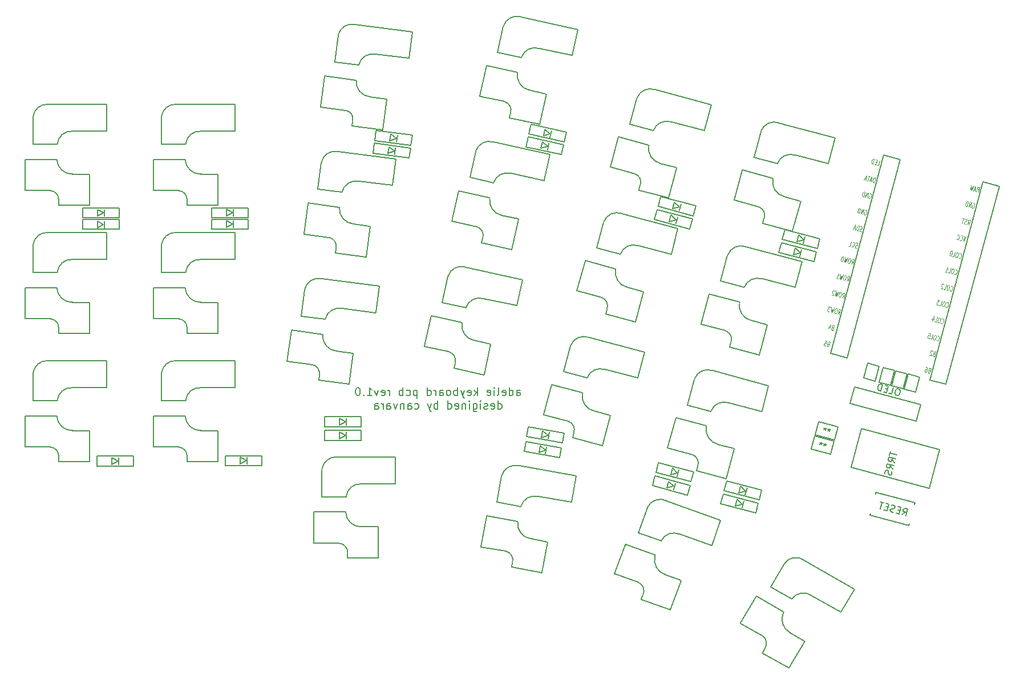
<source format=gbo>
G04 #@! TF.GenerationSoftware,KiCad,Pcbnew,(5.1.2)-1*
G04 #@! TF.CreationDate,2019-05-17T22:53:05+09:00*
G04 #@! TF.ProjectId,adelie,6164656c-6965-42e6-9b69-6361645f7063,rev?*
G04 #@! TF.SameCoordinates,Original*
G04 #@! TF.FileFunction,Legend,Bot*
G04 #@! TF.FilePolarity,Positive*
%FSLAX46Y46*%
G04 Gerber Fmt 4.6, Leading zero omitted, Abs format (unit mm)*
G04 Created by KiCad (PCBNEW (5.1.2)-1) date 2019-05-17 22:53:05*
%MOMM*%
%LPD*%
G04 APERTURE LIST*
%ADD10C,0.200000*%
%ADD11C,0.150000*%
%ADD12C,0.125000*%
G04 APERTURE END LIST*
D10*
X160703022Y-112543117D02*
X160703022Y-111914545D01*
X160760165Y-111800260D01*
X160874451Y-111743117D01*
X161103022Y-111743117D01*
X161217308Y-111800260D01*
X160703022Y-112485974D02*
X160817308Y-112543117D01*
X161103022Y-112543117D01*
X161217308Y-112485974D01*
X161274451Y-112371688D01*
X161274451Y-112257402D01*
X161217308Y-112143117D01*
X161103022Y-112085974D01*
X160817308Y-112085974D01*
X160703022Y-112028831D01*
X159617308Y-112543117D02*
X159617308Y-111343117D01*
X159617308Y-112485974D02*
X159731594Y-112543117D01*
X159960165Y-112543117D01*
X160074451Y-112485974D01*
X160131594Y-112428831D01*
X160188737Y-112314545D01*
X160188737Y-111971688D01*
X160131594Y-111857402D01*
X160074451Y-111800260D01*
X159960165Y-111743117D01*
X159731594Y-111743117D01*
X159617308Y-111800260D01*
X158588737Y-112485974D02*
X158703022Y-112543117D01*
X158931594Y-112543117D01*
X159045880Y-112485974D01*
X159103022Y-112371688D01*
X159103022Y-111914545D01*
X159045880Y-111800260D01*
X158931594Y-111743117D01*
X158703022Y-111743117D01*
X158588737Y-111800260D01*
X158531594Y-111914545D01*
X158531594Y-112028831D01*
X159103022Y-112143117D01*
X157845880Y-112543117D02*
X157960165Y-112485974D01*
X158017308Y-112371688D01*
X158017308Y-111343117D01*
X157388737Y-112543117D02*
X157388737Y-111743117D01*
X157388737Y-111343117D02*
X157445880Y-111400260D01*
X157388737Y-111457402D01*
X157331594Y-111400260D01*
X157388737Y-111343117D01*
X157388737Y-111457402D01*
X156360165Y-112485974D02*
X156474451Y-112543117D01*
X156703022Y-112543117D01*
X156817308Y-112485974D01*
X156874451Y-112371688D01*
X156874451Y-111914545D01*
X156817308Y-111800260D01*
X156703022Y-111743117D01*
X156474451Y-111743117D01*
X156360165Y-111800260D01*
X156303022Y-111914545D01*
X156303022Y-112028831D01*
X156874451Y-112143117D01*
X154874451Y-112543117D02*
X154874451Y-111343117D01*
X154760165Y-112085974D02*
X154417308Y-112543117D01*
X154417308Y-111743117D02*
X154874451Y-112200260D01*
X153445880Y-112485974D02*
X153560165Y-112543117D01*
X153788737Y-112543117D01*
X153903022Y-112485974D01*
X153960165Y-112371688D01*
X153960165Y-111914545D01*
X153903022Y-111800260D01*
X153788737Y-111743117D01*
X153560165Y-111743117D01*
X153445880Y-111800260D01*
X153388737Y-111914545D01*
X153388737Y-112028831D01*
X153960165Y-112143117D01*
X152988737Y-111743117D02*
X152703022Y-112543117D01*
X152417308Y-111743117D02*
X152703022Y-112543117D01*
X152817308Y-112828831D01*
X152874451Y-112885974D01*
X152988737Y-112943117D01*
X151960165Y-112543117D02*
X151960165Y-111343117D01*
X151960165Y-111800260D02*
X151845880Y-111743117D01*
X151617308Y-111743117D01*
X151503022Y-111800260D01*
X151445880Y-111857402D01*
X151388737Y-111971688D01*
X151388737Y-112314545D01*
X151445880Y-112428831D01*
X151503022Y-112485974D01*
X151617308Y-112543117D01*
X151845880Y-112543117D01*
X151960165Y-112485974D01*
X150703022Y-112543117D02*
X150817308Y-112485974D01*
X150874451Y-112428831D01*
X150931594Y-112314545D01*
X150931594Y-111971688D01*
X150874451Y-111857402D01*
X150817308Y-111800260D01*
X150703022Y-111743117D01*
X150531594Y-111743117D01*
X150417308Y-111800260D01*
X150360165Y-111857402D01*
X150303022Y-111971688D01*
X150303022Y-112314545D01*
X150360165Y-112428831D01*
X150417308Y-112485974D01*
X150531594Y-112543117D01*
X150703022Y-112543117D01*
X149274451Y-112543117D02*
X149274451Y-111914545D01*
X149331594Y-111800260D01*
X149445880Y-111743117D01*
X149674451Y-111743117D01*
X149788737Y-111800260D01*
X149274451Y-112485974D02*
X149388737Y-112543117D01*
X149674451Y-112543117D01*
X149788737Y-112485974D01*
X149845880Y-112371688D01*
X149845880Y-112257402D01*
X149788737Y-112143117D01*
X149674451Y-112085974D01*
X149388737Y-112085974D01*
X149274451Y-112028831D01*
X148703022Y-112543117D02*
X148703022Y-111743117D01*
X148703022Y-111971688D02*
X148645880Y-111857402D01*
X148588737Y-111800260D01*
X148474451Y-111743117D01*
X148360165Y-111743117D01*
X147445880Y-112543117D02*
X147445880Y-111343117D01*
X147445880Y-112485974D02*
X147560165Y-112543117D01*
X147788737Y-112543117D01*
X147903022Y-112485974D01*
X147960165Y-112428831D01*
X148017308Y-112314545D01*
X148017308Y-111971688D01*
X147960165Y-111857402D01*
X147903022Y-111800260D01*
X147788737Y-111743117D01*
X147560165Y-111743117D01*
X147445880Y-111800260D01*
X145960165Y-111743117D02*
X145960165Y-112943117D01*
X145960165Y-111800260D02*
X145845880Y-111743117D01*
X145617308Y-111743117D01*
X145503022Y-111800260D01*
X145445880Y-111857402D01*
X145388737Y-111971688D01*
X145388737Y-112314545D01*
X145445880Y-112428831D01*
X145503022Y-112485974D01*
X145617308Y-112543117D01*
X145845880Y-112543117D01*
X145960165Y-112485974D01*
X144360165Y-112485974D02*
X144474451Y-112543117D01*
X144703022Y-112543117D01*
X144817308Y-112485974D01*
X144874451Y-112428831D01*
X144931594Y-112314545D01*
X144931594Y-111971688D01*
X144874451Y-111857402D01*
X144817308Y-111800260D01*
X144703022Y-111743117D01*
X144474451Y-111743117D01*
X144360165Y-111800260D01*
X143845880Y-112543117D02*
X143845880Y-111343117D01*
X143845880Y-111800260D02*
X143731594Y-111743117D01*
X143503022Y-111743117D01*
X143388737Y-111800260D01*
X143331594Y-111857402D01*
X143274451Y-111971688D01*
X143274451Y-112314545D01*
X143331594Y-112428831D01*
X143388737Y-112485974D01*
X143503022Y-112543117D01*
X143731594Y-112543117D01*
X143845880Y-112485974D01*
X141845880Y-112543117D02*
X141845880Y-111743117D01*
X141845880Y-111971688D02*
X141788737Y-111857402D01*
X141731594Y-111800260D01*
X141617308Y-111743117D01*
X141503022Y-111743117D01*
X140645880Y-112485974D02*
X140760165Y-112543117D01*
X140988737Y-112543117D01*
X141103022Y-112485974D01*
X141160165Y-112371688D01*
X141160165Y-111914545D01*
X141103022Y-111800260D01*
X140988737Y-111743117D01*
X140760165Y-111743117D01*
X140645880Y-111800260D01*
X140588737Y-111914545D01*
X140588737Y-112028831D01*
X141160165Y-112143117D01*
X140188737Y-111743117D02*
X139903022Y-112543117D01*
X139617308Y-111743117D01*
X138531594Y-112543117D02*
X139217308Y-112543117D01*
X138874451Y-112543117D02*
X138874451Y-111343117D01*
X138988737Y-111514545D01*
X139103022Y-111628831D01*
X139217308Y-111685974D01*
X138017308Y-112428831D02*
X137960165Y-112485974D01*
X138017308Y-112543117D01*
X138074451Y-112485974D01*
X138017308Y-112428831D01*
X138017308Y-112543117D01*
X137217308Y-111343117D02*
X137103022Y-111343117D01*
X136988737Y-111400260D01*
X136931594Y-111457402D01*
X136874451Y-111571688D01*
X136817308Y-111800260D01*
X136817308Y-112085974D01*
X136874451Y-112314545D01*
X136931594Y-112428831D01*
X136988737Y-112485974D01*
X137103022Y-112543117D01*
X137217308Y-112543117D01*
X137331594Y-112485974D01*
X137388737Y-112428831D01*
X137445880Y-112314545D01*
X137503022Y-112085974D01*
X137503022Y-111800260D01*
X137445880Y-111571688D01*
X137388737Y-111457402D01*
X137331594Y-111400260D01*
X137217308Y-111343117D01*
X157931594Y-114543117D02*
X157931594Y-113343117D01*
X157931594Y-114485974D02*
X158045880Y-114543117D01*
X158274451Y-114543117D01*
X158388737Y-114485974D01*
X158445880Y-114428831D01*
X158503022Y-114314545D01*
X158503022Y-113971688D01*
X158445880Y-113857402D01*
X158388737Y-113800260D01*
X158274451Y-113743117D01*
X158045880Y-113743117D01*
X157931594Y-113800260D01*
X156903022Y-114485974D02*
X157017308Y-114543117D01*
X157245880Y-114543117D01*
X157360165Y-114485974D01*
X157417308Y-114371688D01*
X157417308Y-113914545D01*
X157360165Y-113800260D01*
X157245880Y-113743117D01*
X157017308Y-113743117D01*
X156903022Y-113800260D01*
X156845880Y-113914545D01*
X156845880Y-114028831D01*
X157417308Y-114143117D01*
X156388737Y-114485974D02*
X156274451Y-114543117D01*
X156045880Y-114543117D01*
X155931594Y-114485974D01*
X155874451Y-114371688D01*
X155874451Y-114314545D01*
X155931594Y-114200260D01*
X156045880Y-114143117D01*
X156217308Y-114143117D01*
X156331594Y-114085974D01*
X156388737Y-113971688D01*
X156388737Y-113914545D01*
X156331594Y-113800260D01*
X156217308Y-113743117D01*
X156045880Y-113743117D01*
X155931594Y-113800260D01*
X155360165Y-114543117D02*
X155360165Y-113743117D01*
X155360165Y-113343117D02*
X155417308Y-113400260D01*
X155360165Y-113457402D01*
X155303022Y-113400260D01*
X155360165Y-113343117D01*
X155360165Y-113457402D01*
X154274451Y-113743117D02*
X154274451Y-114714545D01*
X154331594Y-114828831D01*
X154388737Y-114885974D01*
X154503022Y-114943117D01*
X154674451Y-114943117D01*
X154788737Y-114885974D01*
X154274451Y-114485974D02*
X154388737Y-114543117D01*
X154617308Y-114543117D01*
X154731594Y-114485974D01*
X154788737Y-114428831D01*
X154845880Y-114314545D01*
X154845880Y-113971688D01*
X154788737Y-113857402D01*
X154731594Y-113800260D01*
X154617308Y-113743117D01*
X154388737Y-113743117D01*
X154274451Y-113800260D01*
X153703022Y-114543117D02*
X153703022Y-113743117D01*
X153703022Y-113343117D02*
X153760165Y-113400260D01*
X153703022Y-113457402D01*
X153645880Y-113400260D01*
X153703022Y-113343117D01*
X153703022Y-113457402D01*
X153131594Y-113743117D02*
X153131594Y-114543117D01*
X153131594Y-113857402D02*
X153074451Y-113800260D01*
X152960165Y-113743117D01*
X152788737Y-113743117D01*
X152674451Y-113800260D01*
X152617308Y-113914545D01*
X152617308Y-114543117D01*
X151588737Y-114485974D02*
X151703022Y-114543117D01*
X151931594Y-114543117D01*
X152045880Y-114485974D01*
X152103022Y-114371688D01*
X152103022Y-113914545D01*
X152045880Y-113800260D01*
X151931594Y-113743117D01*
X151703022Y-113743117D01*
X151588737Y-113800260D01*
X151531594Y-113914545D01*
X151531594Y-114028831D01*
X152103022Y-114143117D01*
X150503022Y-114543117D02*
X150503022Y-113343117D01*
X150503022Y-114485974D02*
X150617308Y-114543117D01*
X150845880Y-114543117D01*
X150960165Y-114485974D01*
X151017308Y-114428831D01*
X151074451Y-114314545D01*
X151074451Y-113971688D01*
X151017308Y-113857402D01*
X150960165Y-113800260D01*
X150845880Y-113743117D01*
X150617308Y-113743117D01*
X150503022Y-113800260D01*
X149017308Y-114543117D02*
X149017308Y-113343117D01*
X149017308Y-113800260D02*
X148903022Y-113743117D01*
X148674451Y-113743117D01*
X148560165Y-113800260D01*
X148503022Y-113857402D01*
X148445880Y-113971688D01*
X148445880Y-114314545D01*
X148503022Y-114428831D01*
X148560165Y-114485974D01*
X148674451Y-114543117D01*
X148903022Y-114543117D01*
X149017308Y-114485974D01*
X148045880Y-113743117D02*
X147760165Y-114543117D01*
X147474451Y-113743117D02*
X147760165Y-114543117D01*
X147874451Y-114828831D01*
X147931594Y-114885974D01*
X148045880Y-114943117D01*
X145588737Y-114485974D02*
X145703022Y-114543117D01*
X145931594Y-114543117D01*
X146045880Y-114485974D01*
X146103022Y-114428831D01*
X146160165Y-114314545D01*
X146160165Y-113971688D01*
X146103022Y-113857402D01*
X146045880Y-113800260D01*
X145931594Y-113743117D01*
X145703022Y-113743117D01*
X145588737Y-113800260D01*
X144560165Y-114543117D02*
X144560165Y-113914545D01*
X144617308Y-113800260D01*
X144731594Y-113743117D01*
X144960165Y-113743117D01*
X145074451Y-113800260D01*
X144560165Y-114485974D02*
X144674451Y-114543117D01*
X144960165Y-114543117D01*
X145074451Y-114485974D01*
X145131594Y-114371688D01*
X145131594Y-114257402D01*
X145074451Y-114143117D01*
X144960165Y-114085974D01*
X144674451Y-114085974D01*
X144560165Y-114028831D01*
X143988737Y-113743117D02*
X143988737Y-114543117D01*
X143988737Y-113857402D02*
X143931594Y-113800260D01*
X143817308Y-113743117D01*
X143645880Y-113743117D01*
X143531594Y-113800260D01*
X143474451Y-113914545D01*
X143474451Y-114543117D01*
X143017308Y-113743117D02*
X142731594Y-114543117D01*
X142445880Y-113743117D01*
X141474451Y-114543117D02*
X141474451Y-113914545D01*
X141531594Y-113800260D01*
X141645880Y-113743117D01*
X141874451Y-113743117D01*
X141988737Y-113800260D01*
X141474451Y-114485974D02*
X141588737Y-114543117D01*
X141874451Y-114543117D01*
X141988737Y-114485974D01*
X142045880Y-114371688D01*
X142045880Y-114257402D01*
X141988737Y-114143117D01*
X141874451Y-114085974D01*
X141588737Y-114085974D01*
X141474451Y-114028831D01*
X140903022Y-114543117D02*
X140903022Y-113743117D01*
X140903022Y-113971688D02*
X140845880Y-113857402D01*
X140788737Y-113800260D01*
X140674451Y-113743117D01*
X140560165Y-113743117D01*
X139645880Y-114543117D02*
X139645880Y-113914545D01*
X139703022Y-113800260D01*
X139817308Y-113743117D01*
X140045880Y-113743117D01*
X140160165Y-113800260D01*
X139645880Y-114485974D02*
X139760165Y-114543117D01*
X140045880Y-114543117D01*
X140160165Y-114485974D01*
X140217308Y-114371688D01*
X140217308Y-114257402D01*
X140160165Y-114143117D01*
X140045880Y-114085974D01*
X139760165Y-114085974D01*
X139645880Y-114028831D01*
D11*
X178745970Y-132935574D02*
X182138260Y-134170266D01*
X180098318Y-129220029D02*
X178749048Y-132927116D01*
X191009275Y-131111889D02*
X182904426Y-128161965D01*
X189672660Y-134784208D02*
X191009275Y-131111889D01*
X189656927Y-134827434D02*
X184895746Y-133143458D01*
X180132595Y-129158012D02*
G75*
G02X182904426Y-128161965I1883939J-887892D01*
G01*
X182151167Y-134149423D02*
G75*
G02X184917871Y-133155767I1880180J-886524D01*
G01*
X183496330Y-144370929D02*
X179220729Y-142814737D01*
X185086724Y-140001358D02*
X182690508Y-139129207D01*
X181281659Y-136275236D02*
X176865103Y-134667742D01*
X178822049Y-140328439D02*
X175274710Y-139037312D01*
X185101666Y-140033401D02*
X183528373Y-144355987D01*
X176856553Y-134691234D02*
X175259768Y-139005270D01*
X181277806Y-136300439D02*
G75*
G03X182762695Y-139150160I2167305J-682416D01*
G01*
X179481096Y-142084764D02*
G75*
G03X178820339Y-140333137I-1206192J545435D01*
G01*
X179463995Y-142131750D02*
X179224581Y-142789535D01*
X192511712Y-104647171D02*
X192330539Y-105323319D01*
X192524653Y-104598875D02*
G75*
G03X191713747Y-102911501I-1249140J438234D01*
G01*
X193810390Y-98679967D02*
G75*
G03X195537997Y-101389426I2218533J-490926D01*
G01*
X189265709Y-97462223D02*
X188050993Y-101899011D01*
X197945047Y-102065452D02*
X196754479Y-106508711D01*
X191715041Y-102906671D02*
X188068671Y-101929630D01*
X193812031Y-98654524D02*
X189272179Y-97438074D01*
X197927369Y-102034833D02*
X195464258Y-101374845D01*
X196723861Y-106526388D02*
X192328898Y-105348762D01*
X194492954Y-96461018D02*
G75*
G02X197162526Y-95230008I1950291J-719281D01*
G01*
X192047034Y-91664531D02*
G75*
G02X194721504Y-90430693I1954154J-720316D01*
G01*
X202029244Y-96482278D02*
X197139413Y-95219674D01*
X202041150Y-96437845D02*
X203052615Y-92663007D01*
X203052615Y-92663007D02*
X194721504Y-90430693D01*
X192018291Y-91729299D02*
X190997250Y-95539876D01*
X190994920Y-95548569D02*
X194481913Y-96482906D01*
X169191490Y-118109225D02*
X169010317Y-118785373D01*
X169204431Y-118060929D02*
G75*
G03X168393525Y-116373555I-1249140J438234D01*
G01*
X170490168Y-112142021D02*
G75*
G03X172217775Y-114851480I2218533J-490926D01*
G01*
X165945487Y-110924277D02*
X164730771Y-115361065D01*
X174624825Y-115527506D02*
X173434257Y-119970765D01*
X168394819Y-116368725D02*
X164748449Y-115391684D01*
X170491809Y-112116578D02*
X165951957Y-110900128D01*
X174607147Y-115496887D02*
X172144036Y-114836899D01*
X173403639Y-119988442D02*
X169008676Y-118810816D01*
X171172732Y-109923072D02*
G75*
G02X173842304Y-108692062I1950291J-719281D01*
G01*
X168726812Y-105126585D02*
G75*
G02X171401282Y-103892747I1954154J-720316D01*
G01*
X178709022Y-109944332D02*
X173819191Y-108681728D01*
X178720928Y-109899899D02*
X179732393Y-106125061D01*
X179732393Y-106125061D02*
X171401282Y-103892747D01*
X168698069Y-105191353D02*
X167677028Y-109001930D01*
X167674698Y-109010623D02*
X171161691Y-109944960D01*
X149653000Y-98733578D02*
X153177429Y-99514925D01*
X150508802Y-94873304D02*
X149654948Y-98724791D01*
X161573352Y-95324813D02*
X153152799Y-93458021D01*
X160727506Y-99140178D02*
X161573352Y-95324813D01*
X160717550Y-99185088D02*
X155777299Y-98136977D01*
X150534692Y-94807344D02*
G75*
G02X153152799Y-93458021I1983715J-634392D01*
G01*
X153187505Y-99492576D02*
G75*
G02X155800840Y-98146293I1979809J-633526D01*
G01*
X155855334Y-109451056D02*
X151413187Y-108466256D01*
X156861778Y-104911279D02*
X154372223Y-104359358D01*
X152602909Y-101713696D02*
X148014318Y-100696430D01*
X150693391Y-106053266D02*
X147007874Y-105236206D01*
X156880774Y-104941098D02*
X155885152Y-109432059D01*
X148008907Y-100720837D02*
X146988877Y-105206388D01*
X152602380Y-101739185D02*
G75*
G03X154446527Y-104370710I2237836J-393689D01*
G01*
X151576046Y-107708544D02*
G75*
G03X150692309Y-106058147I-1267067J383330D01*
G01*
X151565224Y-107757359D02*
X151413716Y-108440766D01*
X135420480Y-118991740D02*
X135420480Y-117991740D01*
X135320480Y-118491740D02*
X134420480Y-118991740D01*
X134420480Y-118991740D02*
X134420480Y-117991740D01*
X134420480Y-117991740D02*
X135320480Y-118491740D01*
X132220480Y-119241740D02*
X137620480Y-119241740D01*
X137620480Y-119241740D02*
X137620480Y-117741740D01*
X137620480Y-117741740D02*
X132220480Y-117741740D01*
X132220480Y-117741740D02*
X132220480Y-119241740D01*
X99504880Y-85903160D02*
X99504880Y-84903160D01*
X99404880Y-85403160D02*
X98504880Y-85903160D01*
X98504880Y-85903160D02*
X98504880Y-84903160D01*
X98504880Y-84903160D02*
X99404880Y-85403160D01*
X96304880Y-86153160D02*
X101704880Y-86153160D01*
X101704880Y-86153160D02*
X101704880Y-84653160D01*
X101704880Y-84653160D02*
X96304880Y-84653160D01*
X96304880Y-84653160D02*
X96304880Y-86153160D01*
X115446320Y-84643000D02*
X115446320Y-86143000D01*
X120846320Y-84643000D02*
X115446320Y-84643000D01*
X120846320Y-86143000D02*
X120846320Y-84643000D01*
X115446320Y-86143000D02*
X120846320Y-86143000D01*
X117646320Y-84893000D02*
X118546320Y-85393000D01*
X117646320Y-85893000D02*
X117646320Y-84893000D01*
X118546320Y-85393000D02*
X117646320Y-85893000D01*
X118646320Y-85893000D02*
X118646320Y-84893000D01*
X139867954Y-73171796D02*
X139672164Y-74658963D01*
X145221756Y-73876637D02*
X139867954Y-73171796D01*
X145025966Y-75363804D02*
X145221756Y-73876637D01*
X139672164Y-74658963D02*
X145025966Y-75363804D01*
X142016501Y-73706814D02*
X142843538Y-74320010D01*
X141885974Y-74698259D02*
X142016501Y-73706814D01*
X142843538Y-74320010D02*
X141885974Y-74698259D01*
X142877419Y-74828786D02*
X143007946Y-73837341D01*
X165684993Y-74163768D02*
X165901433Y-73187472D01*
X165695583Y-73653976D02*
X164708697Y-73947328D01*
X164708697Y-73947328D02*
X164925137Y-72971032D01*
X164925137Y-72971032D02*
X165695583Y-73653976D01*
X162506736Y-73715235D02*
X167778735Y-74884009D01*
X167778735Y-74884009D02*
X168103394Y-73419565D01*
X168103394Y-73419565D02*
X162831395Y-72250791D01*
X162831395Y-72250791D02*
X162506736Y-73715235D01*
X182092935Y-82989304D02*
X181704706Y-84438193D01*
X187308934Y-84386927D02*
X182092935Y-82989304D01*
X186920705Y-85835816D02*
X187308934Y-84386927D01*
X181704706Y-84438193D02*
X186920705Y-85835816D01*
X184153267Y-83800188D02*
X184893190Y-84516088D01*
X183894448Y-84766113D02*
X184153267Y-83800188D01*
X184893190Y-84516088D02*
X183894448Y-84766113D01*
X184860373Y-85024932D02*
X185119192Y-84059007D01*
X203275373Y-89924592D02*
X203534192Y-88958667D01*
X203308190Y-89415748D02*
X202309448Y-89665773D01*
X202309448Y-89665773D02*
X202568267Y-88699848D01*
X202568267Y-88699848D02*
X203308190Y-89415748D01*
X200119706Y-89337853D02*
X205335705Y-90735476D01*
X205335705Y-90735476D02*
X205723934Y-89286587D01*
X205723934Y-89286587D02*
X200507935Y-87888964D01*
X200507935Y-87888964D02*
X200119706Y-89337853D01*
X99503260Y-87610040D02*
X99503260Y-86610040D01*
X99403260Y-87110040D02*
X98503260Y-87610040D01*
X98503260Y-87610040D02*
X98503260Y-86610040D01*
X98503260Y-86610040D02*
X99403260Y-87110040D01*
X96303260Y-87860040D02*
X101703260Y-87860040D01*
X101703260Y-87860040D02*
X101703260Y-86360040D01*
X101703260Y-86360040D02*
X96303260Y-86360040D01*
X96303260Y-86360040D02*
X96303260Y-87860040D01*
X118639620Y-87589720D02*
X118639620Y-86589720D01*
X118539620Y-87089720D02*
X117639620Y-87589720D01*
X117639620Y-87589720D02*
X117639620Y-86589720D01*
X117639620Y-86589720D02*
X118539620Y-87089720D01*
X115439620Y-87839720D02*
X120839620Y-87839720D01*
X120839620Y-87839720D02*
X120839620Y-86339720D01*
X120839620Y-86339720D02*
X115439620Y-86339720D01*
X115439620Y-86339720D02*
X115439620Y-87839720D01*
X142618339Y-76721086D02*
X142748866Y-75729641D01*
X142584458Y-76212310D02*
X141626894Y-76590559D01*
X141626894Y-76590559D02*
X141757421Y-75599114D01*
X141757421Y-75599114D02*
X142584458Y-76212310D01*
X139413084Y-76551263D02*
X144766886Y-77256104D01*
X144766886Y-77256104D02*
X144962676Y-75768937D01*
X144962676Y-75768937D02*
X139608874Y-75064096D01*
X139608874Y-75064096D02*
X139413084Y-76551263D01*
X162421810Y-74119591D02*
X162097151Y-75584035D01*
X167693809Y-75288365D02*
X162421810Y-74119591D01*
X167369150Y-76752809D02*
X167693809Y-75288365D01*
X162097151Y-75584035D02*
X167369150Y-76752809D01*
X164515552Y-74839832D02*
X165285998Y-75522776D01*
X164299112Y-75816128D02*
X164515552Y-74839832D01*
X165285998Y-75522776D02*
X164299112Y-75816128D01*
X165275408Y-76032568D02*
X165491848Y-75056272D01*
X184332053Y-86968032D02*
X184590872Y-86002107D01*
X184364870Y-86459188D02*
X183366128Y-86709213D01*
X183366128Y-86709213D02*
X183624947Y-85743288D01*
X183624947Y-85743288D02*
X184364870Y-86459188D01*
X181176386Y-86381293D02*
X186392385Y-87778916D01*
X186392385Y-87778916D02*
X186780614Y-86330027D01*
X186780614Y-86330027D02*
X181564615Y-84932404D01*
X181564615Y-84932404D02*
X181176386Y-86381293D01*
X200006815Y-89818624D02*
X199618586Y-91267513D01*
X205222814Y-91216247D02*
X200006815Y-89818624D01*
X204834585Y-92665136D02*
X205222814Y-91216247D01*
X199618586Y-91267513D02*
X204834585Y-92665136D01*
X202067147Y-90629508D02*
X202807070Y-91345408D01*
X201808328Y-91595433D02*
X202067147Y-90629508D01*
X202807070Y-91345408D02*
X201808328Y-91595433D01*
X202774253Y-91854252D02*
X203033072Y-90888327D01*
X98454180Y-121508560D02*
X98454180Y-123008560D01*
X103854180Y-121508560D02*
X98454180Y-121508560D01*
X103854180Y-123008560D02*
X103854180Y-121508560D01*
X98454180Y-123008560D02*
X103854180Y-123008560D01*
X100654180Y-121758560D02*
X101554180Y-122258560D01*
X100654180Y-122758560D02*
X100654180Y-121758560D01*
X101554180Y-122258560D02*
X100654180Y-122758560D01*
X101654180Y-122758560D02*
X101654180Y-121758560D01*
X120688940Y-122725540D02*
X120688940Y-121725540D01*
X120588940Y-122225540D02*
X119688940Y-122725540D01*
X119688940Y-122725540D02*
X119688940Y-121725540D01*
X119688940Y-121725540D02*
X120588940Y-122225540D01*
X117488940Y-122975540D02*
X122888940Y-122975540D01*
X122888940Y-122975540D02*
X122888940Y-121475540D01*
X122888940Y-121475540D02*
X117488940Y-121475540D01*
X117488940Y-121475540D02*
X117488940Y-122975540D01*
X132220480Y-115689420D02*
X132220480Y-117189420D01*
X137620480Y-115689420D02*
X132220480Y-115689420D01*
X137620480Y-117189420D02*
X137620480Y-115689420D01*
X132220480Y-117189420D02*
X137620480Y-117189420D01*
X134420480Y-115939420D02*
X135320480Y-116439420D01*
X134420480Y-116939420D02*
X134420480Y-115939420D01*
X135320480Y-116439420D02*
X134420480Y-116939420D01*
X135420480Y-116939420D02*
X135420480Y-115939420D01*
X165391986Y-118958322D02*
X165565634Y-117973514D01*
X165380329Y-118448553D02*
X164407178Y-118784674D01*
X164407178Y-118784674D02*
X164580826Y-117799866D01*
X164580826Y-117799866D02*
X165380329Y-118448553D01*
X162197189Y-118648850D02*
X167515151Y-119586550D01*
X167515151Y-119586550D02*
X167775623Y-118109338D01*
X167775623Y-118109338D02*
X162457661Y-117171638D01*
X162457661Y-117171638D02*
X162197189Y-118648850D01*
X184535253Y-124552412D02*
X184794072Y-123586487D01*
X184568070Y-124043568D02*
X183569328Y-124293593D01*
X183569328Y-124293593D02*
X183828147Y-123327668D01*
X183828147Y-123327668D02*
X184568070Y-124043568D01*
X181379586Y-123965673D02*
X186595585Y-125363296D01*
X186595585Y-125363296D02*
X186983814Y-123914407D01*
X186983814Y-123914407D02*
X181767815Y-122516784D01*
X181767815Y-122516784D02*
X181379586Y-123965673D01*
X191884617Y-125227300D02*
X191496388Y-126676189D01*
X197100616Y-126624923D02*
X191884617Y-125227300D01*
X196712387Y-128073812D02*
X197100616Y-126624923D01*
X191496388Y-126676189D02*
X196712387Y-128073812D01*
X193944949Y-126038184D02*
X194684872Y-126754084D01*
X193686130Y-127004109D02*
X193944949Y-126038184D01*
X194684872Y-126754084D02*
X193686130Y-127004109D01*
X194652055Y-127262928D02*
X194910874Y-126297003D01*
X162064475Y-119367084D02*
X161804003Y-120844296D01*
X167382437Y-120304784D02*
X162064475Y-119367084D01*
X167121965Y-121781996D02*
X167382437Y-120304784D01*
X161804003Y-120844296D02*
X167121965Y-121781996D01*
X164187640Y-119995312D02*
X164987143Y-120643999D01*
X164013992Y-120980120D02*
X164187640Y-119995312D01*
X164987143Y-120643999D02*
X164013992Y-120980120D01*
X164998800Y-121153768D02*
X165172448Y-120168960D01*
X181242035Y-124508144D02*
X180853806Y-125957033D01*
X186458034Y-125905767D02*
X181242035Y-124508144D01*
X186069805Y-127354656D02*
X186458034Y-125905767D01*
X180853806Y-125957033D02*
X186069805Y-127354656D01*
X183302367Y-125319028D02*
X184042290Y-126034928D01*
X183043548Y-126284953D02*
X183302367Y-125319028D01*
X184042290Y-126034928D02*
X183043548Y-126284953D01*
X184009473Y-126543772D02*
X184268292Y-125577847D01*
X194151693Y-129187912D02*
X194410512Y-128221987D01*
X194184510Y-128679068D02*
X193185768Y-128929093D01*
X193185768Y-128929093D02*
X193444587Y-127963168D01*
X193444587Y-127963168D02*
X194184510Y-128679068D01*
X190996026Y-128601173D02*
X196212025Y-129998796D01*
X196212025Y-129998796D02*
X196600254Y-128549907D01*
X196600254Y-128549907D02*
X191384255Y-127152284D01*
X191384255Y-127152284D02*
X190996026Y-128601173D01*
X211912176Y-117444083D02*
X223503285Y-120549911D01*
X210359261Y-123239638D02*
X211912176Y-117444083D01*
X221950371Y-126345466D02*
X210359261Y-123239638D01*
X223503285Y-120549911D02*
X221950371Y-126345466D01*
X210885491Y-111236733D02*
X220699298Y-113866335D01*
X220699298Y-113866335D02*
X220041897Y-116319786D01*
X220041897Y-116319786D02*
X210228091Y-113690185D01*
X210228091Y-113690185D02*
X210885491Y-111236733D01*
X218225710Y-111571513D02*
X219943126Y-112031693D01*
X218817370Y-109363407D02*
X218225710Y-111571513D01*
X220534786Y-109823587D02*
X218817370Y-109363407D01*
X219943126Y-112031693D02*
X220534786Y-109823587D01*
X218071146Y-111531313D02*
X218662806Y-109323207D01*
X218662806Y-109323207D02*
X216945390Y-108863027D01*
X216945390Y-108863027D02*
X216353730Y-111071133D01*
X216353730Y-111071133D02*
X218071146Y-111531313D01*
X214479242Y-110568943D02*
X216196658Y-111029123D01*
X215070902Y-108360837D02*
X214479242Y-110568943D01*
X216788318Y-108821017D02*
X215070902Y-108360837D01*
X216196658Y-111029123D02*
X216788318Y-108821017D01*
X213925866Y-110416253D02*
X214517526Y-108208147D01*
X214517526Y-108208147D02*
X212800110Y-107747967D01*
X212800110Y-107747967D02*
X212208450Y-109956073D01*
X212208450Y-109956073D02*
X213925866Y-110416253D01*
X207911918Y-119127534D02*
X205014140Y-118351077D01*
X205014140Y-118351077D02*
X205531778Y-116419226D01*
X205531778Y-116419226D02*
X208429556Y-117195683D01*
X208429556Y-117195683D02*
X207911918Y-119127534D01*
X207850436Y-119354683D02*
X207332798Y-121286534D01*
X204952658Y-118578226D02*
X207850436Y-119354683D01*
X204435020Y-120510077D02*
X204952658Y-118578226D01*
X207332798Y-121286534D02*
X204435020Y-120510077D01*
X218994969Y-131623846D02*
X218930264Y-131865327D01*
X218930264Y-131865327D02*
X213134709Y-130312413D01*
X213134709Y-130312413D02*
X213199414Y-130070932D01*
X213975871Y-127173154D02*
X214040576Y-126931673D01*
X214040576Y-126931673D02*
X219836131Y-128484587D01*
X219836131Y-128484587D02*
X219771426Y-128726068D01*
X229892128Y-80776479D02*
X232345580Y-81433879D01*
X232345580Y-81433879D02*
X224456775Y-110875298D01*
X224456775Y-110875298D02*
X222003324Y-110217898D01*
X222003324Y-110217898D02*
X229892128Y-80776479D01*
X215171419Y-76832076D02*
X217624870Y-77489477D01*
X217624870Y-77489477D02*
X209736066Y-106930896D01*
X209736066Y-106930896D02*
X207282614Y-106273496D01*
X207282614Y-106273496D02*
X215171419Y-76832076D01*
X88932040Y-75179540D02*
X92542040Y-75179540D01*
X88932040Y-71225540D02*
X88932040Y-75170540D01*
X99832040Y-69271540D02*
X91207040Y-69271540D01*
X99832040Y-73179540D02*
X99832040Y-69271540D01*
X99832040Y-73225540D02*
X94782040Y-73271540D01*
X88943040Y-71155540D02*
G75*
G02X91207040Y-69271540I2074000J-190000D01*
G01*
X92547040Y-75155540D02*
G75*
G02X94807040Y-73275540I2070000J-190000D01*
G01*
X97307040Y-84300540D02*
X92757040Y-84300540D01*
X97307040Y-79650540D02*
X94757040Y-79650540D01*
X92457040Y-77450540D02*
X87757040Y-77450540D01*
X91532040Y-82100540D02*
X87757040Y-82100540D01*
X97332040Y-79675540D02*
X97332040Y-84275540D01*
X87757040Y-77475540D02*
X87732040Y-82075540D01*
X92462040Y-77475540D02*
G75*
G03X94832040Y-79645540I2270000J100000D01*
G01*
X92752040Y-83525540D02*
G75*
G03X91532040Y-82105540I-1320000J100000D01*
G01*
X92752040Y-83575540D02*
X92752040Y-84275540D01*
X111802040Y-83575540D02*
X111802040Y-84275540D01*
X111802040Y-83525540D02*
G75*
G03X110582040Y-82105540I-1320000J100000D01*
G01*
X111512040Y-77475540D02*
G75*
G03X113882040Y-79645540I2270000J100000D01*
G01*
X106807040Y-77475540D02*
X106782040Y-82075540D01*
X116382040Y-79675540D02*
X116382040Y-84275540D01*
X110582040Y-82100540D02*
X106807040Y-82100540D01*
X111507040Y-77450540D02*
X106807040Y-77450540D01*
X116357040Y-79650540D02*
X113807040Y-79650540D01*
X116357040Y-84300540D02*
X111807040Y-84300540D01*
X111597040Y-75155540D02*
G75*
G02X113857040Y-73275540I2070000J-190000D01*
G01*
X107993040Y-71155540D02*
G75*
G02X110257040Y-69271540I2074000J-190000D01*
G01*
X118882040Y-73225540D02*
X113832040Y-73271540D01*
X118882040Y-73179540D02*
X118882040Y-69271540D01*
X118882040Y-69271540D02*
X110257040Y-69271540D01*
X107982040Y-71225540D02*
X107982040Y-75170540D01*
X107982040Y-75179540D02*
X111592040Y-75179540D01*
X133700500Y-62972213D02*
X137279616Y-63443412D01*
X134216600Y-59052040D02*
X133701675Y-62963290D01*
X145278398Y-58537492D02*
X136727186Y-57411703D01*
X144768301Y-62412058D02*
X145278398Y-58537492D01*
X144762297Y-62457665D02*
X139749496Y-61844114D01*
X134236643Y-58984074D02*
G75*
G02X136727186Y-57411703I2031457J-459086D01*
G01*
X137287706Y-63420271D02*
G75*
G02X139773760Y-61851343I2027491J-458563D01*
G01*
X140813321Y-73108338D02*
X136302247Y-72514444D01*
X141420268Y-68498119D02*
X138892084Y-68165278D01*
X136898918Y-65683889D02*
X132239127Y-65070416D01*
X135374885Y-70173371D02*
X131632180Y-69680634D01*
X141441791Y-68526169D02*
X140841370Y-73086815D01*
X132235864Y-65095202D02*
X131610657Y-69652585D01*
X136900611Y-65709328D02*
G75*
G03X138967095Y-68170110I2263633J-197149D01*
G01*
X136398447Y-71745421D02*
G75*
G03X135374232Y-70178328I-1295654J271439D01*
G01*
X136391921Y-71794994D02*
X136300553Y-72489005D01*
X159804984Y-70581919D02*
X159653476Y-71265326D01*
X159815806Y-70533104D02*
G75*
G03X158932069Y-68882707I-1267067J383330D01*
G01*
X160842140Y-64563745D02*
G75*
G03X162686287Y-67195270I2237836J-393689D01*
G01*
X156248667Y-63545397D02*
X155228637Y-68030948D01*
X165120534Y-67765658D02*
X164124912Y-72256619D01*
X158933151Y-68877826D02*
X155247634Y-68060766D01*
X160842669Y-64538256D02*
X156254078Y-63520990D01*
X165101538Y-67735839D02*
X162611983Y-67183918D01*
X164095094Y-72275616D02*
X159652947Y-71290816D01*
X161427265Y-62317136D02*
G75*
G02X164040600Y-60970853I1979809J-633526D01*
G01*
X158774452Y-57631904D02*
G75*
G02X161392559Y-56282581I1983715J-634392D01*
G01*
X168957310Y-62009648D02*
X164017059Y-60961537D01*
X168967266Y-61964738D02*
X169813112Y-58149373D01*
X169813112Y-58149373D02*
X161392559Y-56282581D01*
X158748562Y-57697864D02*
X157894708Y-61549351D01*
X157892760Y-61558138D02*
X161417189Y-62339485D01*
X177532438Y-72223803D02*
X181019431Y-73158140D01*
X178555809Y-68404533D02*
X177534768Y-72215110D01*
X189590133Y-69338241D02*
X181259022Y-67105927D01*
X188578668Y-73113079D02*
X189590133Y-69338241D01*
X188566762Y-73157512D02*
X183676931Y-71894908D01*
X178584552Y-68339765D02*
G75*
G02X181259022Y-67105927I1954154J-720316D01*
G01*
X181030472Y-73136252D02*
G75*
G02X183700044Y-71905242I1950291J-719281D01*
G01*
X183261379Y-83201622D02*
X178866416Y-82023996D01*
X184464887Y-78710067D02*
X182001776Y-78050079D01*
X180349549Y-75329758D02*
X175809697Y-74113308D01*
X178252559Y-79581905D02*
X174606189Y-78604864D01*
X184482565Y-78740686D02*
X183291997Y-83183945D01*
X175803227Y-74137457D02*
X174588511Y-78574245D01*
X180347908Y-75355201D02*
G75*
G03X182075515Y-78064660I2218533J-490926D01*
G01*
X179062171Y-81274109D02*
G75*
G03X178251265Y-79586735I-1249140J438234D01*
G01*
X179049230Y-81322405D02*
X178868057Y-81998553D01*
X197438830Y-86250005D02*
X197257657Y-86926153D01*
X197451771Y-86201709D02*
G75*
G03X196640865Y-84514335I-1249140J438234D01*
G01*
X198737508Y-80282801D02*
G75*
G03X200465115Y-82992260I2218533J-490926D01*
G01*
X194192827Y-79065057D02*
X192978111Y-83501845D01*
X202872165Y-83668286D02*
X201681597Y-88111545D01*
X196642159Y-84509505D02*
X192995789Y-83532464D01*
X198739149Y-80257358D02*
X194199297Y-79040908D01*
X202854487Y-83637667D02*
X200391376Y-82977679D01*
X201650979Y-88129222D02*
X197256016Y-86951596D01*
X199420072Y-78063852D02*
G75*
G02X202089644Y-76832842I1950291J-719281D01*
G01*
X196974152Y-73267365D02*
G75*
G02X199648622Y-72033527I1954154J-720316D01*
G01*
X206956362Y-78085112D02*
X202066531Y-76822508D01*
X206968268Y-78040679D02*
X207979733Y-74265841D01*
X207979733Y-74265841D02*
X199648622Y-72033527D01*
X196945409Y-73332133D02*
X195924368Y-77142710D01*
X195922038Y-77151403D02*
X199409031Y-78085740D01*
X92752040Y-102625540D02*
X92752040Y-103325540D01*
X92752040Y-102575540D02*
G75*
G03X91532040Y-101155540I-1320000J100000D01*
G01*
X92462040Y-96525540D02*
G75*
G03X94832040Y-98695540I2270000J100000D01*
G01*
X87757040Y-96525540D02*
X87732040Y-101125540D01*
X97332040Y-98725540D02*
X97332040Y-103325540D01*
X91532040Y-101150540D02*
X87757040Y-101150540D01*
X92457040Y-96500540D02*
X87757040Y-96500540D01*
X97307040Y-98700540D02*
X94757040Y-98700540D01*
X97307040Y-103350540D02*
X92757040Y-103350540D01*
X92547040Y-94205540D02*
G75*
G02X94807040Y-92325540I2070000J-190000D01*
G01*
X88943040Y-90205540D02*
G75*
G02X91207040Y-88321540I2074000J-190000D01*
G01*
X99832040Y-92275540D02*
X94782040Y-92321540D01*
X99832040Y-92229540D02*
X99832040Y-88321540D01*
X99832040Y-88321540D02*
X91207040Y-88321540D01*
X88932040Y-90275540D02*
X88932040Y-94220540D01*
X88932040Y-94229540D02*
X92542040Y-94229540D01*
X107982040Y-94229540D02*
X111592040Y-94229540D01*
X107982040Y-90275540D02*
X107982040Y-94220540D01*
X118882040Y-88321540D02*
X110257040Y-88321540D01*
X118882040Y-92229540D02*
X118882040Y-88321540D01*
X118882040Y-92275540D02*
X113832040Y-92321540D01*
X107993040Y-90205540D02*
G75*
G02X110257040Y-88321540I2074000J-190000D01*
G01*
X111597040Y-94205540D02*
G75*
G02X113857040Y-92325540I2070000J-190000D01*
G01*
X116357040Y-103350540D02*
X111807040Y-103350540D01*
X116357040Y-98700540D02*
X113807040Y-98700540D01*
X111507040Y-96500540D02*
X106807040Y-96500540D01*
X110582040Y-101150540D02*
X106807040Y-101150540D01*
X116382040Y-98725540D02*
X116382040Y-103325540D01*
X106807040Y-96525540D02*
X106782040Y-101125540D01*
X111512040Y-96525540D02*
G75*
G03X113882040Y-98695540I2270000J100000D01*
G01*
X111802040Y-102575540D02*
G75*
G03X110582040Y-101155540I-1320000J100000D01*
G01*
X111802040Y-102625540D02*
X111802040Y-103325540D01*
X133905261Y-90674814D02*
X133813893Y-91368825D01*
X133911787Y-90625241D02*
G75*
G03X132887572Y-89058148I-1295654J271439D01*
G01*
X134413951Y-84589148D02*
G75*
G03X136480435Y-87049930I2263633J-197149D01*
G01*
X129749204Y-83975022D02*
X129123997Y-88532405D01*
X138955131Y-87405989D02*
X138354710Y-91966635D01*
X132888225Y-89053191D02*
X129145520Y-88560454D01*
X134412258Y-84563709D02*
X129752467Y-83950236D01*
X138933608Y-87377939D02*
X136405424Y-87045098D01*
X138326661Y-91988158D02*
X133815587Y-91394264D01*
X134801046Y-82300091D02*
G75*
G02X137287100Y-80731163I2027491J-458563D01*
G01*
X131749983Y-77863894D02*
G75*
G02X134240526Y-76291523I2031457J-459086D01*
G01*
X142275637Y-81337485D02*
X137262836Y-80723934D01*
X142281641Y-81291878D02*
X142791738Y-77417312D01*
X142791738Y-77417312D02*
X134240526Y-76291523D01*
X131729940Y-77931860D02*
X131215015Y-81843110D01*
X131213840Y-81852033D02*
X134792956Y-82323232D01*
X155682564Y-89174719D02*
X155531056Y-89858126D01*
X155693386Y-89125904D02*
G75*
G03X154809649Y-87475507I-1267067J383330D01*
G01*
X156719720Y-83156545D02*
G75*
G03X158563867Y-85788070I2237836J-393689D01*
G01*
X152126247Y-82138197D02*
X151106217Y-86623748D01*
X160998114Y-86358458D02*
X160002492Y-90849419D01*
X154810731Y-87470626D02*
X151125214Y-86653566D01*
X156720249Y-83131056D02*
X152131658Y-82113790D01*
X160979118Y-86328639D02*
X158489563Y-85776718D01*
X159972674Y-90868416D02*
X155530527Y-89883616D01*
X157304845Y-80909936D02*
G75*
G02X159918180Y-79563653I1979809J-633526D01*
G01*
X154652032Y-76224704D02*
G75*
G02X157270139Y-74875381I1983715J-634392D01*
G01*
X164834890Y-80602448D02*
X159894639Y-79554337D01*
X164844846Y-80557538D02*
X165690692Y-76742173D01*
X165690692Y-76742173D02*
X157270139Y-74875381D01*
X154626142Y-76290664D02*
X153772288Y-80142151D01*
X153770340Y-80150938D02*
X157294769Y-80932285D01*
X172602298Y-90618483D02*
X176089291Y-91552820D01*
X173625669Y-86799213D02*
X172604628Y-90609790D01*
X184659993Y-87732921D02*
X176328882Y-85500607D01*
X183648528Y-91507759D02*
X184659993Y-87732921D01*
X183636622Y-91552192D02*
X178746791Y-90289588D01*
X173654412Y-86734445D02*
G75*
G02X176328882Y-85500607I1954154J-720316D01*
G01*
X176100332Y-91530932D02*
G75*
G02X178769904Y-90299922I1950291J-719281D01*
G01*
X178331239Y-101596302D02*
X173936276Y-100418676D01*
X179534747Y-97104747D02*
X177071636Y-96444759D01*
X175419409Y-93724438D02*
X170879557Y-92507988D01*
X173322419Y-97976585D02*
X169676049Y-96999544D01*
X179552425Y-97135366D02*
X178361857Y-101578625D01*
X170873087Y-92532137D02*
X169658371Y-96968925D01*
X175417768Y-93749881D02*
G75*
G03X177145375Y-96459340I2218533J-490926D01*
G01*
X174132031Y-99668789D02*
G75*
G03X173321125Y-97981415I-1249140J438234D01*
G01*
X174119090Y-99717085D02*
X173937917Y-100393233D01*
X88932040Y-113279540D02*
X92542040Y-113279540D01*
X88932040Y-109325540D02*
X88932040Y-113270540D01*
X99832040Y-107371540D02*
X91207040Y-107371540D01*
X99832040Y-111279540D02*
X99832040Y-107371540D01*
X99832040Y-111325540D02*
X94782040Y-111371540D01*
X88943040Y-109255540D02*
G75*
G02X91207040Y-107371540I2074000J-190000D01*
G01*
X92547040Y-113255540D02*
G75*
G02X94807040Y-111375540I2070000J-190000D01*
G01*
X97307040Y-122400540D02*
X92757040Y-122400540D01*
X97307040Y-117750540D02*
X94757040Y-117750540D01*
X92457040Y-115550540D02*
X87757040Y-115550540D01*
X91532040Y-120200540D02*
X87757040Y-120200540D01*
X97332040Y-117775540D02*
X97332040Y-122375540D01*
X87757040Y-115575540D02*
X87732040Y-120175540D01*
X92462040Y-115575540D02*
G75*
G03X94832040Y-117745540I2270000J100000D01*
G01*
X92752040Y-121625540D02*
G75*
G03X91532040Y-120205540I-1320000J100000D01*
G01*
X92752040Y-121675540D02*
X92752040Y-122375540D01*
X111802040Y-121675540D02*
X111802040Y-122375540D01*
X111802040Y-121625540D02*
G75*
G03X110582040Y-120205540I-1320000J100000D01*
G01*
X111512040Y-115575540D02*
G75*
G03X113882040Y-117745540I2270000J100000D01*
G01*
X106807040Y-115575540D02*
X106782040Y-120175540D01*
X116382040Y-117775540D02*
X116382040Y-122375540D01*
X110582040Y-120200540D02*
X106807040Y-120200540D01*
X111507040Y-115550540D02*
X106807040Y-115550540D01*
X116357040Y-117750540D02*
X113807040Y-117750540D01*
X116357040Y-122400540D02*
X111807040Y-122400540D01*
X111597040Y-113255540D02*
G75*
G02X113857040Y-111375540I2070000J-190000D01*
G01*
X107993040Y-109255540D02*
G75*
G02X110257040Y-107371540I2074000J-190000D01*
G01*
X118882040Y-111325540D02*
X113832040Y-111371540D01*
X118882040Y-111279540D02*
X118882040Y-107371540D01*
X118882040Y-107371540D02*
X110257040Y-107371540D01*
X107982040Y-109325540D02*
X107982040Y-113270540D01*
X107982040Y-113279540D02*
X111592040Y-113279540D01*
X128724640Y-100747093D02*
X132303756Y-101218292D01*
X129240740Y-96826920D02*
X128725815Y-100738170D01*
X140302538Y-96312372D02*
X131751326Y-95186583D01*
X139792441Y-100186938D02*
X140302538Y-96312372D01*
X139786437Y-100232545D02*
X134773636Y-99618994D01*
X129260783Y-96758954D02*
G75*
G02X131751326Y-95186583I2031457J-459086D01*
G01*
X132311846Y-101195151D02*
G75*
G02X134797900Y-99626223I2027491J-458563D01*
G01*
X135837461Y-110883218D02*
X131326387Y-110289324D01*
X136444408Y-106272999D02*
X133916224Y-105940158D01*
X131923058Y-103458769D02*
X127263267Y-102845296D01*
X130399025Y-107948251D02*
X126656320Y-107455514D01*
X136465931Y-106301049D02*
X135865510Y-110861695D01*
X127260004Y-102870082D02*
X126634797Y-107427465D01*
X131924751Y-103484208D02*
G75*
G03X133991235Y-105944990I2263633J-197149D01*
G01*
X131422587Y-109520301D02*
G75*
G03X130398372Y-107953208I-1295654J271439D01*
G01*
X131416061Y-109569874D02*
X131324693Y-110263885D01*
X186064780Y-113953409D02*
X189551773Y-114887746D01*
X187088151Y-110134139D02*
X186067110Y-113944716D01*
X198122475Y-111067847D02*
X189791364Y-108835533D01*
X197111010Y-114842685D02*
X198122475Y-111067847D01*
X197099104Y-114887118D02*
X192209273Y-113624514D01*
X187116894Y-110069371D02*
G75*
G02X189791364Y-108835533I1954154J-720316D01*
G01*
X189562814Y-114865858D02*
G75*
G02X192232386Y-113634848I1950291J-719281D01*
G01*
X191793721Y-124931228D02*
X187398758Y-123753602D01*
X192997229Y-120439673D02*
X190534118Y-119779685D01*
X188881891Y-117059364D02*
X184342039Y-115842914D01*
X186784901Y-121311511D02*
X183138531Y-120334470D01*
X193014907Y-120470292D02*
X191824339Y-124913551D01*
X184335569Y-115867063D02*
X183120853Y-120303851D01*
X188880250Y-117084807D02*
G75*
G03X190607857Y-119794266I2218533J-490926D01*
G01*
X187594513Y-123003715D02*
G75*
G03X186783607Y-121316341I-1249140J438234D01*
G01*
X187581572Y-123052011D02*
X187400399Y-123728159D01*
X131802400Y-127579100D02*
X135412400Y-127579100D01*
X131802400Y-123625100D02*
X131802400Y-127570100D01*
X142702400Y-121671100D02*
X134077400Y-121671100D01*
X142702400Y-125579100D02*
X142702400Y-121671100D01*
X142702400Y-125625100D02*
X137652400Y-125671100D01*
X131813400Y-123555100D02*
G75*
G02X134077400Y-121671100I2074000J-190000D01*
G01*
X135417400Y-127555100D02*
G75*
G02X137677400Y-125675100I2070000J-190000D01*
G01*
X140177400Y-136700100D02*
X135627400Y-136700100D01*
X140177400Y-132050100D02*
X137627400Y-132050100D01*
X135327400Y-129850100D02*
X130627400Y-129850100D01*
X134402400Y-134500100D02*
X130627400Y-134500100D01*
X140202400Y-132075100D02*
X140202400Y-136675100D01*
X130627400Y-129875100D02*
X130602400Y-134475100D01*
X135332400Y-129875100D02*
G75*
G03X137702400Y-132045100I2270000J100000D01*
G01*
X135622400Y-135925100D02*
G75*
G03X134402400Y-134505100I-1320000J100000D01*
G01*
X135622400Y-135975100D02*
X135622400Y-136675100D01*
X160094723Y-137342450D02*
X159973169Y-138031816D01*
X160103406Y-137293210D02*
G75*
G03X159148520Y-135682932I-1282582J327696D01*
G01*
X160868383Y-131284765D02*
G75*
G03X162825560Y-133833344I2252878J-295701D01*
G01*
X156234862Y-130467750D02*
X155411460Y-134993525D01*
X165282370Y-134297009D02*
X164483589Y-138827124D01*
X159149389Y-135678008D02*
X155431739Y-135022486D01*
X160867800Y-131259277D02*
X156239203Y-130443130D01*
X165262091Y-134268047D02*
X162750832Y-133825244D01*
X164454627Y-138847403D02*
X159973752Y-138057304D01*
X161354955Y-129014771D02*
G75*
G02X163907079Y-127555777I2005559J-546565D01*
G01*
X158500301Y-124449712D02*
G75*
G02X161057059Y-122987474I2009498J-547260D01*
G01*
X168864421Y-128379119D02*
X163883154Y-127547497D01*
X168872408Y-128333818D02*
X169551025Y-124485189D01*
X169551025Y-124485189D02*
X161057059Y-122987474D01*
X158477312Y-124516739D02*
X157792270Y-128401805D01*
X157790707Y-128410668D02*
X161345863Y-129037538D01*
X197545967Y-150147221D02*
X197195967Y-150753438D01*
X197570968Y-150103919D02*
G75*
G03X197224416Y-148264163I-1093154J746602D01*
G01*
X200344819Y-144719466D02*
G75*
G03X201312300Y-147783741I2015878J-1048397D01*
G01*
X196270170Y-142366966D02*
X193948520Y-146338182D01*
X203462363Y-149059721D02*
X201162363Y-153043438D01*
X197226916Y-148259833D02*
X193957670Y-146372333D01*
X200352990Y-144695315D02*
X196282670Y-142345315D01*
X203453213Y-149025571D02*
X201244848Y-147750571D01*
X201128213Y-153052589D02*
X197187797Y-150777589D01*
X201578432Y-142752786D02*
G75*
G02X204475649Y-142254659I1697672J-1199545D01*
G01*
X200457276Y-137486685D02*
G75*
G02X203359958Y-136987093I1701137J-1201545D01*
G01*
X208852427Y-144723858D02*
X204455999Y-142238695D01*
X208875427Y-144684020D02*
X210829427Y-141299593D01*
X210829427Y-141299593D02*
X203359958Y-136987093D01*
X200412750Y-137541807D02*
X198440250Y-140958277D01*
X198435750Y-140966071D02*
X201562102Y-142771071D01*
X216219640Y-120837147D02*
X216071743Y-121389105D01*
X217111617Y-121371945D02*
X216145691Y-121113126D01*
X216803499Y-122521856D02*
X216429808Y-122076634D01*
X216951396Y-121969899D02*
X215985470Y-121711080D01*
X215886872Y-122079052D01*
X215908219Y-122183369D01*
X215941891Y-122241690D01*
X216021559Y-122312336D01*
X216159549Y-122349310D01*
X216263866Y-122327963D01*
X216322188Y-122294292D01*
X216392833Y-122214623D01*
X216491431Y-121846652D01*
X216544680Y-123487782D02*
X216170989Y-123042560D01*
X216692577Y-122935825D02*
X215726651Y-122677006D01*
X215628053Y-123044977D01*
X215649400Y-123149295D01*
X215683072Y-123207616D01*
X215762740Y-123278262D01*
X215900730Y-123315236D01*
X216005047Y-123293889D01*
X216063368Y-123260218D01*
X216134014Y-123180549D01*
X216232612Y-122812578D01*
X216400086Y-123843429D02*
X216409108Y-123993743D01*
X216347485Y-124223726D01*
X216276839Y-124303394D01*
X216218518Y-124337066D01*
X216114200Y-124358413D01*
X216022207Y-124333763D01*
X215942539Y-124263117D01*
X215908867Y-124204796D01*
X215887520Y-124100479D01*
X215890822Y-123904168D01*
X215869475Y-123799850D01*
X215835804Y-123741529D01*
X215756135Y-123670883D01*
X215664143Y-123646234D01*
X215559825Y-123667581D01*
X215501504Y-123701253D01*
X215430858Y-123780921D01*
X215369234Y-124010903D01*
X215378257Y-124161217D01*
X217493885Y-111581230D02*
X217309899Y-111531931D01*
X217205581Y-111553278D01*
X217088939Y-111620622D01*
X216993644Y-111792283D01*
X216907371Y-112114258D01*
X216904068Y-112310569D01*
X216971412Y-112427211D01*
X217051080Y-112497857D01*
X217235066Y-112547156D01*
X217339384Y-112525809D01*
X217456026Y-112458465D01*
X217551321Y-112286804D01*
X217637594Y-111964829D01*
X217640897Y-111768518D01*
X217573553Y-111651876D01*
X217493885Y-111581230D01*
X215947165Y-112202064D02*
X216407130Y-112325311D01*
X216665949Y-111359385D01*
X215760761Y-111609830D02*
X215438786Y-111523557D01*
X215165225Y-111992544D02*
X215625190Y-112115791D01*
X215884009Y-111149865D01*
X215424044Y-111026618D01*
X214751257Y-111881621D02*
X215010076Y-110915695D01*
X214780093Y-110854072D01*
X214629779Y-110863094D01*
X214513137Y-110930438D01*
X214442491Y-111010106D01*
X214347196Y-111181767D01*
X214310222Y-111319756D01*
X214306919Y-111516067D01*
X214328266Y-111620385D01*
X214395610Y-111737027D01*
X214521274Y-111819998D01*
X214751257Y-111881621D01*
X207119702Y-117484918D02*
X207069614Y-117671847D01*
X207276579Y-117647163D02*
X207069614Y-117671847D01*
X206902719Y-117546988D01*
X207141702Y-117851444D02*
X207069614Y-117671847D01*
X206917386Y-117791338D01*
X206521527Y-117324637D02*
X206471439Y-117511567D01*
X206678404Y-117486883D02*
X206471439Y-117511567D01*
X206304544Y-117386707D01*
X206543527Y-117691163D02*
X206471439Y-117511567D01*
X206319211Y-117631058D01*
X206540582Y-119643918D02*
X206490494Y-119830847D01*
X206697459Y-119806163D02*
X206490494Y-119830847D01*
X206323599Y-119705988D01*
X206562582Y-120010444D02*
X206490494Y-119830847D01*
X206338266Y-119950338D01*
X205942407Y-119483637D02*
X205892319Y-119670567D01*
X206099284Y-119645883D02*
X205892319Y-119670567D01*
X205725424Y-119545707D01*
X205964407Y-119850163D02*
X205892319Y-119670567D01*
X205740091Y-119790058D01*
X217893900Y-130244240D02*
X218339122Y-129870548D01*
X218445858Y-130392136D02*
X218704677Y-129426211D01*
X218336705Y-129327613D01*
X218232387Y-129348960D01*
X218174066Y-129382632D01*
X218103420Y-129462300D01*
X218066446Y-129600289D01*
X218087793Y-129704607D01*
X218121465Y-129762928D01*
X218201133Y-129833574D01*
X218569105Y-129932172D01*
X217615504Y-129627356D02*
X217293528Y-129541083D01*
X217019967Y-130010070D02*
X217479932Y-130133317D01*
X217738751Y-129167392D01*
X217278786Y-129044144D01*
X216664320Y-129865476D02*
X216514006Y-129874498D01*
X216284024Y-129812875D01*
X216204355Y-129742229D01*
X216170684Y-129683908D01*
X216149337Y-129579590D01*
X216173986Y-129487597D01*
X216244632Y-129407929D01*
X216302953Y-129374257D01*
X216407271Y-129352910D01*
X216603581Y-129356212D01*
X216707899Y-129334865D01*
X216766220Y-129301194D01*
X216836866Y-129221525D01*
X216861516Y-129129532D01*
X216840168Y-129025215D01*
X216806497Y-128966894D01*
X216726829Y-128896248D01*
X216496846Y-128834624D01*
X216346532Y-128843646D01*
X215821641Y-129146692D02*
X215499666Y-129060419D01*
X215226105Y-129529406D02*
X215686070Y-129652653D01*
X215944889Y-128686728D01*
X215484924Y-128563480D01*
X215208945Y-128489532D02*
X214656987Y-128341636D01*
X214674147Y-129381510D02*
X214932966Y-128415584D01*
D12*
X228933945Y-82251530D02*
X229187368Y-81949693D01*
X229209924Y-82325478D02*
X229404038Y-81601033D01*
X229220053Y-81551735D01*
X229164813Y-81573907D01*
X229132571Y-81602242D01*
X229091085Y-81665075D01*
X229063355Y-81768567D01*
X229067866Y-81843724D01*
X229081621Y-81884383D01*
X229118374Y-81931205D01*
X229302359Y-81980504D01*
X228805421Y-81995247D02*
X228575438Y-81933623D01*
X228795956Y-82214555D02*
X228829083Y-81446975D01*
X228473981Y-82128282D01*
X228553104Y-81373026D02*
X228243998Y-82066659D01*
X228290658Y-81524549D01*
X228060012Y-82017360D01*
X228139136Y-81262104D01*
X214190237Y-78300964D02*
X214420219Y-78362588D01*
X214614334Y-77638143D01*
X214130928Y-77878357D02*
X213969941Y-77835220D01*
X213799267Y-78196204D02*
X214029249Y-78257828D01*
X214223364Y-77533383D01*
X213993381Y-77471760D01*
X213592283Y-78140743D02*
X213786397Y-77416298D01*
X213671406Y-77385487D01*
X213593168Y-77401497D01*
X213528684Y-77458167D01*
X213487199Y-77520999D01*
X213427227Y-77652826D01*
X213399496Y-77756318D01*
X213385520Y-77900470D01*
X213390031Y-77975627D01*
X213417541Y-78056947D01*
X213477292Y-78109931D01*
X213592283Y-78140743D01*
X228451011Y-83946506D02*
X228506251Y-83924333D01*
X228575246Y-83942820D01*
X228634997Y-83995805D01*
X228662507Y-84077124D01*
X228667018Y-84152281D01*
X228653042Y-84296433D01*
X228625311Y-84399925D01*
X228565339Y-84531752D01*
X228523854Y-84594585D01*
X228459370Y-84651255D01*
X228381132Y-84667265D01*
X228335135Y-84654940D01*
X228275384Y-84601956D01*
X228261629Y-84561296D01*
X228326334Y-84319815D01*
X228418327Y-84344464D01*
X228036158Y-84574829D02*
X228230273Y-83850385D01*
X227760179Y-84500881D01*
X227954294Y-83776437D01*
X227530197Y-84439258D02*
X227724311Y-83714813D01*
X227609320Y-83684001D01*
X227531082Y-83700012D01*
X227466598Y-83756682D01*
X227425113Y-83819514D01*
X227365141Y-83951341D01*
X227337410Y-84054833D01*
X227323434Y-84198985D01*
X227327945Y-84274142D01*
X227355455Y-84355461D01*
X227415206Y-84408446D01*
X227530197Y-84439258D01*
X213773904Y-80927197D02*
X213968019Y-80202752D01*
X213853027Y-80171940D01*
X213774789Y-80187951D01*
X213710306Y-80244621D01*
X213668820Y-80307453D01*
X213608848Y-80439280D01*
X213581117Y-80542772D01*
X213567141Y-80686924D01*
X213571653Y-80762081D01*
X213599162Y-80843400D01*
X213658913Y-80896385D01*
X213773904Y-80927197D01*
X213369401Y-80596965D02*
X213139418Y-80535342D01*
X213359936Y-80816274D02*
X213393063Y-80048693D01*
X213037961Y-80730001D01*
X213140082Y-79980907D02*
X212864103Y-79906959D01*
X212807978Y-80668378D02*
X213002093Y-79943933D01*
X212587461Y-80387445D02*
X212357479Y-80325822D01*
X212577996Y-80606754D02*
X212611123Y-79839173D01*
X212256021Y-80520481D01*
X227550150Y-87139945D02*
X227803573Y-86838108D01*
X227826128Y-87213894D02*
X228020243Y-86489449D01*
X227836257Y-86440151D01*
X227781017Y-86462323D01*
X227748775Y-86490658D01*
X227707290Y-86553490D01*
X227679559Y-86656983D01*
X227684070Y-86732140D01*
X227697825Y-86772799D01*
X227734578Y-86819621D01*
X227918564Y-86868920D01*
X227375407Y-87056149D02*
X227297169Y-87072160D01*
X227182178Y-87041348D01*
X227145425Y-86994526D01*
X227131670Y-86953866D01*
X227127159Y-86878709D01*
X227145646Y-86809714D01*
X227187131Y-86746882D01*
X227219373Y-86718547D01*
X227274613Y-86696374D01*
X227375850Y-86686526D01*
X227431090Y-86664354D01*
X227463331Y-86636019D01*
X227504817Y-86573186D01*
X227523304Y-86504192D01*
X227518793Y-86429035D01*
X227505038Y-86388375D01*
X227468285Y-86341553D01*
X227353294Y-86310741D01*
X227275056Y-86326751D01*
X227146310Y-86255280D02*
X226870331Y-86181331D01*
X226814206Y-86942750D02*
X227008320Y-86218306D01*
X213117803Y-82533327D02*
X213173043Y-82511154D01*
X213242038Y-82529641D01*
X213301789Y-82582626D01*
X213329299Y-82663945D01*
X213333810Y-82739102D01*
X213319834Y-82883254D01*
X213292103Y-82986746D01*
X213232131Y-83118573D01*
X213190646Y-83181406D01*
X213126162Y-83238076D01*
X213047924Y-83254086D01*
X213001927Y-83241761D01*
X212942176Y-83188777D01*
X212928421Y-83148117D01*
X212993126Y-82906636D01*
X213085119Y-82931285D01*
X212702950Y-83161650D02*
X212897065Y-82437206D01*
X212426971Y-83087702D01*
X212621086Y-82363258D01*
X212196989Y-83026079D02*
X212391103Y-82301634D01*
X212276112Y-82270822D01*
X212197874Y-82286833D01*
X212133390Y-82343503D01*
X212091905Y-82406335D01*
X212031933Y-82538162D01*
X212004202Y-82641654D01*
X211990226Y-82785806D01*
X211994737Y-82860963D01*
X212022247Y-82942282D01*
X212081998Y-82995267D01*
X212196989Y-83026079D01*
X227404999Y-88954196D02*
X227049897Y-89635504D01*
X227083023Y-88867923D01*
X226470430Y-89406288D02*
X226484184Y-89446948D01*
X226543936Y-89499932D01*
X226589932Y-89512257D01*
X226668170Y-89496246D01*
X226732654Y-89439576D01*
X226774139Y-89376744D01*
X226834112Y-89244917D01*
X226861842Y-89141425D01*
X226875818Y-88997273D01*
X226871307Y-88922116D01*
X226843798Y-88840797D01*
X226784046Y-88787812D01*
X226738050Y-88775488D01*
X226659812Y-88791498D01*
X226627570Y-88819833D01*
X225987467Y-89276878D02*
X226001222Y-89317538D01*
X226060973Y-89370522D01*
X226106969Y-89382847D01*
X226185207Y-89366837D01*
X226249691Y-89310167D01*
X226291176Y-89247335D01*
X226351149Y-89115508D01*
X226378879Y-89012015D01*
X226392855Y-88867864D01*
X226388344Y-88792707D01*
X226360835Y-88711387D01*
X226301084Y-88658403D01*
X226255087Y-88646078D01*
X226176849Y-88662088D01*
X226144607Y-88690423D01*
X212460402Y-84986778D02*
X212515642Y-84964605D01*
X212584637Y-84983092D01*
X212644388Y-85036077D01*
X212671898Y-85117396D01*
X212676409Y-85192553D01*
X212662433Y-85336705D01*
X212634702Y-85440197D01*
X212574730Y-85572024D01*
X212533245Y-85634857D01*
X212468761Y-85691527D01*
X212390523Y-85707537D01*
X212344526Y-85695212D01*
X212284775Y-85642228D01*
X212271020Y-85601568D01*
X212335725Y-85360087D01*
X212427718Y-85384736D01*
X212045549Y-85615101D02*
X212239664Y-84890657D01*
X211769570Y-85541153D01*
X211963685Y-84816709D01*
X211539588Y-85479530D02*
X211733702Y-84755085D01*
X211618711Y-84724273D01*
X211540473Y-84740284D01*
X211475989Y-84796954D01*
X211434504Y-84859786D01*
X211374532Y-84991613D01*
X211346801Y-85095105D01*
X211332825Y-85239257D01*
X211337336Y-85314414D01*
X211364846Y-85395733D01*
X211424597Y-85448718D01*
X211539588Y-85479530D01*
X224370811Y-99325351D02*
X224384566Y-99366011D01*
X224444317Y-99418995D01*
X224490314Y-99431320D01*
X224568552Y-99415309D01*
X224633035Y-99358639D01*
X224674521Y-99295807D01*
X224734493Y-99163980D01*
X224762224Y-99060488D01*
X224776200Y-98916336D01*
X224771689Y-98841179D01*
X224744179Y-98759860D01*
X224684428Y-98706875D01*
X224638431Y-98694551D01*
X224560193Y-98710561D01*
X224527951Y-98738896D01*
X224247462Y-98589791D02*
X224155469Y-98565141D01*
X224100229Y-98587314D01*
X224035745Y-98643984D01*
X223975773Y-98775811D01*
X223911068Y-99017292D01*
X223897092Y-99161444D01*
X223924601Y-99242763D01*
X223961354Y-99289585D01*
X224053347Y-99314235D01*
X224108587Y-99292062D01*
X224173071Y-99235392D01*
X224233043Y-99103565D01*
X224297748Y-98862084D01*
X224311724Y-98717932D01*
X224284214Y-98636613D01*
X224247462Y-98589791D01*
X223409397Y-99141689D02*
X223639379Y-99203312D01*
X223833493Y-98478868D01*
X223488520Y-98386433D02*
X223189543Y-98306322D01*
X223276582Y-98625437D01*
X223207587Y-98606950D01*
X223152347Y-98629123D01*
X223120106Y-98657458D01*
X223078620Y-98720290D01*
X223032403Y-98892777D01*
X223036914Y-98967934D01*
X223050668Y-99008594D01*
X223087421Y-99055416D01*
X223225411Y-99092390D01*
X223280651Y-99070217D01*
X223312893Y-99041882D01*
X210318800Y-92975485D02*
X210572223Y-92673648D01*
X210594779Y-93049433D02*
X210788893Y-92324989D01*
X210604907Y-92275690D01*
X210549667Y-92297863D01*
X210517426Y-92326198D01*
X210475940Y-92389030D01*
X210448210Y-92492522D01*
X210452721Y-92567679D01*
X210466475Y-92608339D01*
X210503228Y-92655161D01*
X210687214Y-92704460D01*
X210213937Y-92170930D02*
X210121944Y-92146280D01*
X210066704Y-92168453D01*
X210002221Y-92225123D01*
X209942248Y-92356950D01*
X209877544Y-92598431D01*
X209863568Y-92742583D01*
X209891077Y-92823903D01*
X209927830Y-92870725D01*
X210019823Y-92895374D01*
X210075063Y-92873202D01*
X210139547Y-92816532D01*
X210199519Y-92684705D01*
X210264224Y-92443223D01*
X210278200Y-92299071D01*
X210250690Y-92217752D01*
X210213937Y-92170930D01*
X209845966Y-92072332D02*
X209536860Y-92765965D01*
X209583520Y-92223855D01*
X209352874Y-92716666D01*
X209431997Y-91961410D01*
X209156019Y-91887461D02*
X209110022Y-91875137D01*
X209054782Y-91897309D01*
X209022540Y-91925644D01*
X208981055Y-91988477D01*
X208921083Y-92120304D01*
X208874865Y-92292790D01*
X208860889Y-92436942D01*
X208865400Y-92512099D01*
X208879155Y-92552759D01*
X208915908Y-92599581D01*
X208961904Y-92611906D01*
X209017144Y-92589733D01*
X209049386Y-92561398D01*
X209090871Y-92498566D01*
X209150844Y-92366739D01*
X209197061Y-92194252D01*
X209211037Y-92050100D01*
X209206526Y-91974943D01*
X209192772Y-91934283D01*
X209156019Y-91887461D01*
X225017858Y-96910536D02*
X225031613Y-96951196D01*
X225091364Y-97004180D01*
X225137361Y-97016505D01*
X225215599Y-97000494D01*
X225280082Y-96943824D01*
X225321568Y-96880992D01*
X225381540Y-96749165D01*
X225409271Y-96645673D01*
X225423247Y-96501521D01*
X225418736Y-96426364D01*
X225391226Y-96345045D01*
X225331475Y-96292060D01*
X225285478Y-96279736D01*
X225207240Y-96295746D01*
X225174998Y-96324081D01*
X224894509Y-96174976D02*
X224802516Y-96150326D01*
X224747276Y-96172499D01*
X224682792Y-96229169D01*
X224622820Y-96360996D01*
X224558115Y-96602477D01*
X224544139Y-96746629D01*
X224571648Y-96827948D01*
X224608401Y-96874770D01*
X224700394Y-96899420D01*
X224755634Y-96877247D01*
X224820118Y-96820577D01*
X224880090Y-96688750D01*
X224944795Y-96447269D01*
X224958771Y-96303117D01*
X224931261Y-96221798D01*
X224894509Y-96174976D01*
X224056444Y-96726874D02*
X224286426Y-96788497D01*
X224480540Y-96064053D01*
X224094081Y-96034450D02*
X224080327Y-95993790D01*
X224043574Y-95946968D01*
X223928583Y-95916157D01*
X223873343Y-95938329D01*
X223841101Y-95966664D01*
X223799616Y-96029496D01*
X223781129Y-96098491D01*
X223776396Y-96208146D01*
X223941453Y-96696062D01*
X223642475Y-96615951D01*
X211176959Y-90604592D02*
X211098721Y-90620602D01*
X210983730Y-90589790D01*
X210946977Y-90542968D01*
X210933222Y-90502309D01*
X210928711Y-90427152D01*
X210947198Y-90358157D01*
X210988683Y-90295325D01*
X211020925Y-90266990D01*
X211076165Y-90244817D01*
X211177402Y-90234969D01*
X211232642Y-90212796D01*
X211264883Y-90184461D01*
X211306369Y-90121629D01*
X211324856Y-90052634D01*
X211320345Y-89977477D01*
X211306590Y-89936818D01*
X211269837Y-89889995D01*
X211154846Y-89859184D01*
X211076608Y-89875194D01*
X210427261Y-90366737D02*
X210441016Y-90407396D01*
X210500767Y-90460381D01*
X210546763Y-90472706D01*
X210625002Y-90456695D01*
X210689485Y-90400025D01*
X210730971Y-90337193D01*
X210790943Y-90205366D01*
X210818674Y-90101874D01*
X210832649Y-89957722D01*
X210828138Y-89882565D01*
X210800629Y-89801246D01*
X210740878Y-89748261D01*
X210694881Y-89735937D01*
X210616643Y-89751947D01*
X210584401Y-89780282D01*
X209971808Y-90318647D02*
X210201790Y-90380270D01*
X210395904Y-89655826D01*
X225676423Y-94452738D02*
X225690178Y-94493398D01*
X225749929Y-94546382D01*
X225795926Y-94558707D01*
X225874164Y-94542696D01*
X225938647Y-94486026D01*
X225980133Y-94423194D01*
X226040105Y-94291367D01*
X226067836Y-94187875D01*
X226081812Y-94043723D01*
X226077301Y-93968566D01*
X226049791Y-93887247D01*
X225990040Y-93834262D01*
X225944043Y-93821938D01*
X225865805Y-93837948D01*
X225833563Y-93866283D01*
X225553074Y-93717178D02*
X225461081Y-93692528D01*
X225405841Y-93714701D01*
X225341357Y-93771371D01*
X225281385Y-93903198D01*
X225216680Y-94144679D01*
X225202704Y-94288831D01*
X225230213Y-94370150D01*
X225266966Y-94416972D01*
X225358959Y-94441622D01*
X225414199Y-94419449D01*
X225478683Y-94362779D01*
X225538655Y-94230952D01*
X225603360Y-93989471D01*
X225617336Y-93845319D01*
X225589826Y-93764000D01*
X225553074Y-93717178D01*
X224715009Y-94269076D02*
X224944991Y-94330699D01*
X225139105Y-93606255D01*
X224301040Y-94158153D02*
X224577019Y-94232102D01*
X224439030Y-94195128D02*
X224633144Y-93470683D01*
X224651410Y-93586500D01*
X224678919Y-93667819D01*
X224715672Y-93714641D01*
X211845858Y-88154222D02*
X211767620Y-88170232D01*
X211652629Y-88139421D01*
X211615876Y-88092599D01*
X211602121Y-88051939D01*
X211597610Y-87976782D01*
X211616097Y-87907787D01*
X211657583Y-87844955D01*
X211689824Y-87816620D01*
X211745064Y-87794447D01*
X211846301Y-87784599D01*
X211901541Y-87762427D01*
X211933783Y-87734092D01*
X211975268Y-87671259D01*
X211993755Y-87602265D01*
X211989244Y-87527107D01*
X211975489Y-87486448D01*
X211938736Y-87439626D01*
X211823745Y-87408814D01*
X211745507Y-87424824D01*
X211353652Y-88059310D02*
X211547766Y-87334866D01*
X211432775Y-87304054D01*
X211354537Y-87320064D01*
X211290053Y-87376734D01*
X211248568Y-87439566D01*
X211188596Y-87571393D01*
X211160865Y-87674885D01*
X211146889Y-87819037D01*
X211151400Y-87894194D01*
X211178910Y-87975514D01*
X211238661Y-88028498D01*
X211353652Y-88059310D01*
X210949148Y-87729079D02*
X210719166Y-87667455D01*
X210939684Y-87948387D02*
X210972810Y-87180807D01*
X210617708Y-87862114D01*
X226324894Y-92032611D02*
X226338649Y-92073271D01*
X226398400Y-92126255D01*
X226444397Y-92138580D01*
X226522635Y-92122569D01*
X226587118Y-92065899D01*
X226628604Y-92003067D01*
X226688576Y-91871240D01*
X226716307Y-91767748D01*
X226730283Y-91623596D01*
X226725772Y-91548439D01*
X226698262Y-91467120D01*
X226638511Y-91414135D01*
X226592514Y-91401811D01*
X226514276Y-91417821D01*
X226482034Y-91446156D01*
X226201545Y-91297051D02*
X226109552Y-91272401D01*
X226054312Y-91294574D01*
X225989828Y-91351244D01*
X225929856Y-91483071D01*
X225865151Y-91724552D01*
X225851175Y-91868704D01*
X225878684Y-91950023D01*
X225915437Y-91996845D01*
X226007430Y-92021495D01*
X226062670Y-91999322D01*
X226127154Y-91942652D01*
X226187126Y-91810825D01*
X226251831Y-91569344D01*
X226265807Y-91425192D01*
X226238297Y-91343873D01*
X226201545Y-91297051D01*
X225363480Y-91848949D02*
X225593462Y-91910572D01*
X225787576Y-91186128D01*
X225304613Y-91056719D02*
X225258617Y-91044394D01*
X225203377Y-91066566D01*
X225171135Y-91094901D01*
X225129650Y-91157734D01*
X225069677Y-91289561D01*
X225023460Y-91462048D01*
X225009484Y-91606199D01*
X225013995Y-91681356D01*
X225027750Y-91722016D01*
X225064503Y-91768838D01*
X225110499Y-91781163D01*
X225165739Y-91758990D01*
X225197981Y-91730655D01*
X225239466Y-91667823D01*
X225299439Y-91535996D01*
X225345656Y-91363509D01*
X225359632Y-91219357D01*
X225355121Y-91144200D01*
X225341366Y-91103541D01*
X225304613Y-91056719D01*
X221928011Y-108827456D02*
X221849773Y-108843466D01*
X221817531Y-108871801D01*
X221776045Y-108934633D01*
X221748315Y-109038125D01*
X221752826Y-109113282D01*
X221766581Y-109153942D01*
X221803334Y-109200764D01*
X221987320Y-109250063D01*
X222181434Y-108525619D01*
X222020446Y-108482482D01*
X221965206Y-108504655D01*
X221932964Y-108532990D01*
X221891479Y-108595822D01*
X221872992Y-108664817D01*
X221877503Y-108739974D01*
X221891258Y-108780633D01*
X221928011Y-108827456D01*
X222088998Y-108870592D01*
X221491487Y-108340748D02*
X221583480Y-108365397D01*
X221620233Y-108412219D01*
X221633987Y-108452879D01*
X221652253Y-108568696D01*
X221638277Y-108712848D01*
X221564329Y-108988826D01*
X221522844Y-109051659D01*
X221490602Y-109079994D01*
X221435362Y-109102166D01*
X221343369Y-109077517D01*
X221306616Y-109030695D01*
X221292861Y-108990035D01*
X221288350Y-108914878D01*
X221334568Y-108742391D01*
X221376053Y-108679559D01*
X221408295Y-108651224D01*
X221463535Y-108629051D01*
X221555528Y-108653701D01*
X221592281Y-108700523D01*
X221606036Y-108741183D01*
X221610547Y-108816340D01*
X206945521Y-104878650D02*
X206867283Y-104894660D01*
X206835041Y-104922995D01*
X206793555Y-104985827D01*
X206765825Y-105089319D01*
X206770336Y-105164476D01*
X206784091Y-105205136D01*
X206820844Y-105251958D01*
X207004830Y-105301257D01*
X207198944Y-104576813D01*
X207037956Y-104533676D01*
X206982716Y-104555849D01*
X206950474Y-104584184D01*
X206908989Y-104647016D01*
X206890502Y-104716011D01*
X206895013Y-104791168D01*
X206908768Y-104831827D01*
X206945521Y-104878650D01*
X207106508Y-104921786D01*
X206485999Y-104385779D02*
X206715981Y-104447403D01*
X206646544Y-104798539D01*
X206632789Y-104757879D01*
X206596036Y-104711057D01*
X206481045Y-104680245D01*
X206425805Y-104702418D01*
X206393563Y-104730753D01*
X206352078Y-104793585D01*
X206305860Y-104966072D01*
X206310371Y-105041229D01*
X206324126Y-105081889D01*
X206360879Y-105128711D01*
X206475870Y-105159523D01*
X206531110Y-105137350D01*
X206563352Y-105109015D01*
X207602922Y-102425198D02*
X207524684Y-102441208D01*
X207492442Y-102469543D01*
X207450956Y-102532375D01*
X207423226Y-102635867D01*
X207427737Y-102711024D01*
X207441492Y-102751684D01*
X207478245Y-102798506D01*
X207662231Y-102847805D01*
X207856345Y-102123361D01*
X207695357Y-102080224D01*
X207640117Y-102102397D01*
X207607875Y-102130732D01*
X207566390Y-102193564D01*
X207547903Y-102262559D01*
X207552414Y-102337716D01*
X207566169Y-102378375D01*
X207602922Y-102425198D01*
X207763909Y-102468334D01*
X207101693Y-102179971D02*
X206972284Y-102662934D01*
X207290632Y-101934804D02*
X207266971Y-102483076D01*
X206967994Y-102402966D01*
X222663183Y-106329103D02*
X222584945Y-106345113D01*
X222552703Y-106373448D01*
X222511217Y-106436280D01*
X222483487Y-106539772D01*
X222487998Y-106614929D01*
X222501753Y-106655589D01*
X222538506Y-106702411D01*
X222722492Y-106751710D01*
X222916606Y-106027266D01*
X222755618Y-105984129D01*
X222700378Y-106006302D01*
X222668136Y-106034637D01*
X222626651Y-106097469D01*
X222608164Y-106166464D01*
X222612675Y-106241621D01*
X222626430Y-106282280D01*
X222663183Y-106329103D01*
X222824170Y-106372239D01*
X222438154Y-105973013D02*
X222424399Y-105932353D01*
X222387646Y-105885531D01*
X222272655Y-105854719D01*
X222217415Y-105876892D01*
X222185173Y-105905227D01*
X222143688Y-105968059D01*
X222125201Y-106037054D01*
X222120469Y-106146709D01*
X222285525Y-106634625D01*
X221986548Y-106554514D01*
X208321234Y-100430501D02*
X208574657Y-100128664D01*
X208597213Y-100504449D02*
X208791327Y-99780005D01*
X208607341Y-99730706D01*
X208552101Y-99752879D01*
X208519860Y-99781214D01*
X208478374Y-99844046D01*
X208450644Y-99947538D01*
X208455155Y-100022695D01*
X208468909Y-100063355D01*
X208505662Y-100110177D01*
X208689648Y-100159476D01*
X208216371Y-99625946D02*
X208124378Y-99601296D01*
X208069138Y-99623469D01*
X208004655Y-99680139D01*
X207944682Y-99811966D01*
X207879978Y-100053447D01*
X207866002Y-100197599D01*
X207893511Y-100278919D01*
X207930264Y-100325741D01*
X208022257Y-100350390D01*
X208077497Y-100328218D01*
X208141981Y-100271548D01*
X208201953Y-100139721D01*
X208266658Y-99898239D01*
X208280634Y-99754087D01*
X208253124Y-99672768D01*
X208216371Y-99625946D01*
X207848400Y-99527348D02*
X207539294Y-100220981D01*
X207585954Y-99678871D01*
X207355308Y-100171682D01*
X207434431Y-99416426D01*
X207296442Y-99379451D02*
X206997465Y-99299341D01*
X207084504Y-99618456D01*
X207015510Y-99599969D01*
X206960270Y-99622142D01*
X206928028Y-99650477D01*
X206886542Y-99713309D01*
X206840325Y-99885796D01*
X206844836Y-99960953D01*
X206858591Y-100001613D01*
X206895344Y-100048435D01*
X207033333Y-100085409D01*
X207088573Y-100063236D01*
X207120815Y-100034901D01*
X223037893Y-104299869D02*
X223051648Y-104340529D01*
X223111399Y-104393513D01*
X223157396Y-104405838D01*
X223235634Y-104389827D01*
X223300117Y-104333157D01*
X223341603Y-104270325D01*
X223401575Y-104138498D01*
X223429306Y-104035006D01*
X223443282Y-103890854D01*
X223438771Y-103815697D01*
X223411261Y-103734378D01*
X223351510Y-103681393D01*
X223305513Y-103669069D01*
X223227275Y-103685079D01*
X223195033Y-103713414D01*
X222914544Y-103564309D02*
X222822551Y-103539659D01*
X222767311Y-103561832D01*
X222702827Y-103618502D01*
X222642855Y-103750329D01*
X222578150Y-103991810D01*
X222564174Y-104135962D01*
X222591683Y-104217281D01*
X222628436Y-104264103D01*
X222720429Y-104288753D01*
X222775669Y-104266580D01*
X222840153Y-104209910D01*
X222900125Y-104078083D01*
X222964830Y-103836602D01*
X222978806Y-103692450D01*
X222951296Y-103611131D01*
X222914544Y-103564309D01*
X222076479Y-104116207D02*
X222306461Y-104177830D01*
X222500575Y-103453386D01*
X221879623Y-103287002D02*
X222109605Y-103348626D01*
X222040168Y-103699762D01*
X222026413Y-103659102D01*
X221989661Y-103612280D01*
X221874669Y-103581468D01*
X221819429Y-103603641D01*
X221787188Y-103631976D01*
X221745702Y-103694808D01*
X221699485Y-103867295D01*
X221703996Y-103942452D01*
X221717750Y-103983112D01*
X221754503Y-104029934D01*
X221869495Y-104060746D01*
X221924735Y-104038573D01*
X221956976Y-104010238D01*
X208971129Y-98005061D02*
X209224552Y-97703224D01*
X209247108Y-98079009D02*
X209441222Y-97354565D01*
X209257236Y-97305266D01*
X209201996Y-97327439D01*
X209169755Y-97355774D01*
X209128269Y-97418606D01*
X209100539Y-97522098D01*
X209105050Y-97597255D01*
X209118804Y-97637915D01*
X209155557Y-97684737D01*
X209339543Y-97734036D01*
X208866266Y-97200506D02*
X208774273Y-97175856D01*
X208719033Y-97198029D01*
X208654550Y-97254699D01*
X208594577Y-97386526D01*
X208529873Y-97628007D01*
X208515897Y-97772159D01*
X208543406Y-97853479D01*
X208580159Y-97900301D01*
X208672152Y-97924950D01*
X208727392Y-97902778D01*
X208791876Y-97846108D01*
X208851848Y-97714281D01*
X208916553Y-97472799D01*
X208930529Y-97328647D01*
X208903019Y-97247328D01*
X208866266Y-97200506D01*
X208498295Y-97101908D02*
X208189189Y-97795541D01*
X208235849Y-97253431D01*
X208005203Y-97746242D01*
X208084326Y-96990986D01*
X207904852Y-97016844D02*
X207891097Y-96976184D01*
X207854344Y-96929362D01*
X207739353Y-96898550D01*
X207684113Y-96920723D01*
X207651871Y-96949058D01*
X207610386Y-97011890D01*
X207591899Y-97080885D01*
X207587166Y-97190539D01*
X207752223Y-97678456D01*
X207453246Y-97598345D01*
X223672361Y-101738816D02*
X223686116Y-101779476D01*
X223745867Y-101832460D01*
X223791864Y-101844785D01*
X223870102Y-101828774D01*
X223934585Y-101772104D01*
X223976071Y-101709272D01*
X224036043Y-101577445D01*
X224063774Y-101473953D01*
X224077750Y-101329801D01*
X224073239Y-101254644D01*
X224045729Y-101173325D01*
X223985978Y-101120340D01*
X223939981Y-101108016D01*
X223861743Y-101124026D01*
X223829501Y-101152361D01*
X223549012Y-101003256D02*
X223457019Y-100978606D01*
X223401779Y-101000779D01*
X223337295Y-101057449D01*
X223277323Y-101189276D01*
X223212618Y-101430757D01*
X223198642Y-101574909D01*
X223226151Y-101656228D01*
X223262904Y-101703050D01*
X223354897Y-101727700D01*
X223410137Y-101705527D01*
X223474621Y-101648857D01*
X223534593Y-101517030D01*
X223599298Y-101275549D01*
X223613274Y-101131397D01*
X223585764Y-101050078D01*
X223549012Y-101003256D01*
X222710947Y-101555154D02*
X222940929Y-101616777D01*
X223135043Y-100892333D01*
X222472384Y-100973593D02*
X222342975Y-101456556D01*
X222661324Y-100728426D02*
X222637662Y-101276698D01*
X222338685Y-101196588D01*
X209644964Y-95490273D02*
X209898387Y-95188436D01*
X209920943Y-95564221D02*
X210115057Y-94839777D01*
X209931071Y-94790478D01*
X209875831Y-94812651D01*
X209843590Y-94840986D01*
X209802104Y-94903818D01*
X209774374Y-95007310D01*
X209778885Y-95082467D01*
X209792639Y-95123127D01*
X209829392Y-95169949D01*
X210013378Y-95219248D01*
X209540101Y-94685718D02*
X209448108Y-94661068D01*
X209392868Y-94683241D01*
X209328385Y-94739911D01*
X209268412Y-94871738D01*
X209203708Y-95113219D01*
X209189732Y-95257371D01*
X209217241Y-95338691D01*
X209253994Y-95385513D01*
X209345987Y-95410162D01*
X209401227Y-95387990D01*
X209465711Y-95331320D01*
X209525683Y-95199493D01*
X209590388Y-94958011D01*
X209604364Y-94813859D01*
X209576854Y-94732540D01*
X209540101Y-94685718D01*
X209172130Y-94587120D02*
X208863024Y-95280753D01*
X208909684Y-94738643D01*
X208679038Y-95231454D01*
X208758161Y-94476198D01*
X208127081Y-95083557D02*
X208403059Y-95157505D01*
X208265070Y-95120531D02*
X208459184Y-94396087D01*
X208477450Y-94511904D01*
X208504960Y-94593223D01*
X208541713Y-94640045D01*
M02*

</source>
